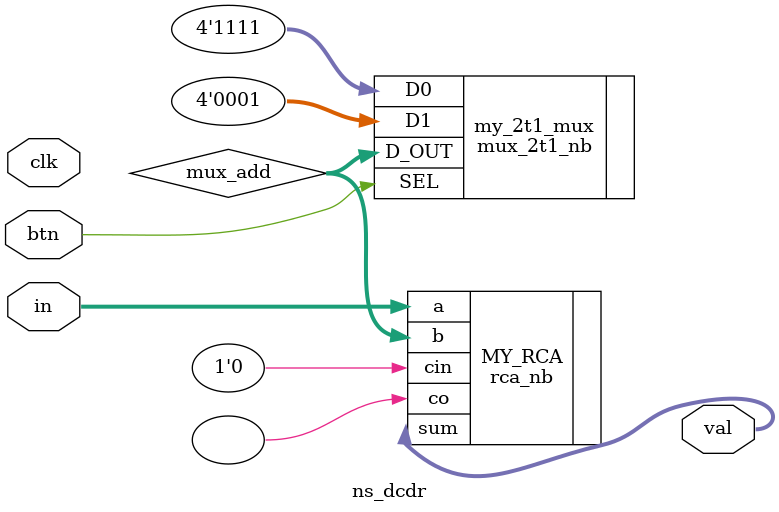
<source format=v>
`timescale 1ns / 1ps


module ns_dcdr(
    input [3:0] in,
    input btn,
    input clk,
    output [3:0] val
    );
    
    wire [3:0] mux_add;
    
    mux_2t1_nb  #(.n(4)) my_2t1_mux  (
       .SEL   (btn), 
       .D0    (4'b1111), 
       .D1    (4'b0001), 
       .D_OUT (mux_add) );
       
    rca_nb #(.n(4)) MY_RCA (
        .a   (in), 
        .b   (mux_add), 
        .cin (1'b0), 
        .sum (val), 
        .co  ()
        );
endmodule

</source>
